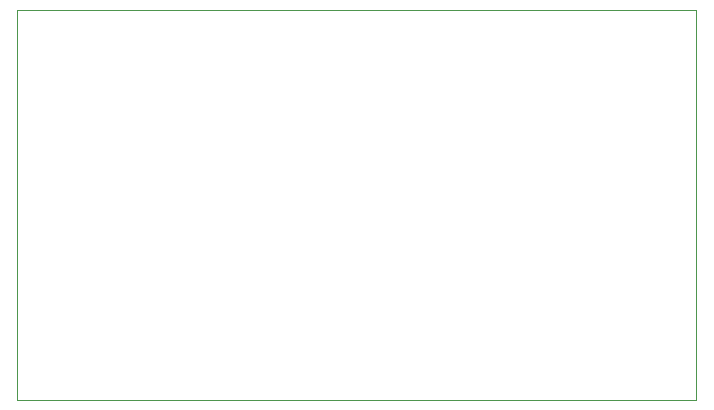
<source format=gm1>
G04 #@! TF.GenerationSoftware,KiCad,Pcbnew,8.0.7*
G04 #@! TF.CreationDate,2025-01-30T16:18:46+01:00*
G04 #@! TF.ProjectId,schematics,73636865-6d61-4746-9963-732e6b696361,rev?*
G04 #@! TF.SameCoordinates,Original*
G04 #@! TF.FileFunction,Profile,NP*
%FSLAX46Y46*%
G04 Gerber Fmt 4.6, Leading zero omitted, Abs format (unit mm)*
G04 Created by KiCad (PCBNEW 8.0.7) date 2025-01-30 16:18:46*
%MOMM*%
%LPD*%
G01*
G04 APERTURE LIST*
G04 #@! TA.AperFunction,Profile*
%ADD10C,0.050000*%
G04 #@! TD*
G04 APERTURE END LIST*
D10*
X118000000Y-48000000D02*
X175000000Y-48000000D01*
X117500000Y-48000000D02*
X118000000Y-48000000D01*
X175000000Y-81000000D02*
X117500000Y-81000000D01*
X175000000Y-48000000D02*
X175000000Y-81000000D01*
X117500000Y-81000000D02*
X117500000Y-48000000D01*
M02*

</source>
